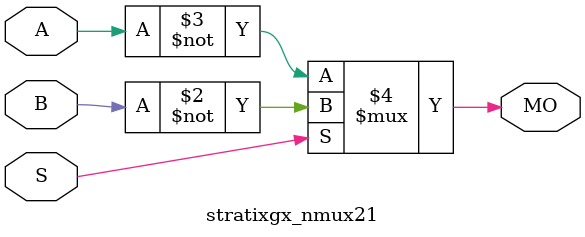
<source format=v>
module stratixgx_nmux21 (MO, A, B, S);
   input A, B, S; 
   output MO; 
   assign MO = (S == 1) ? ~B : ~A; 
endmodule
</source>
